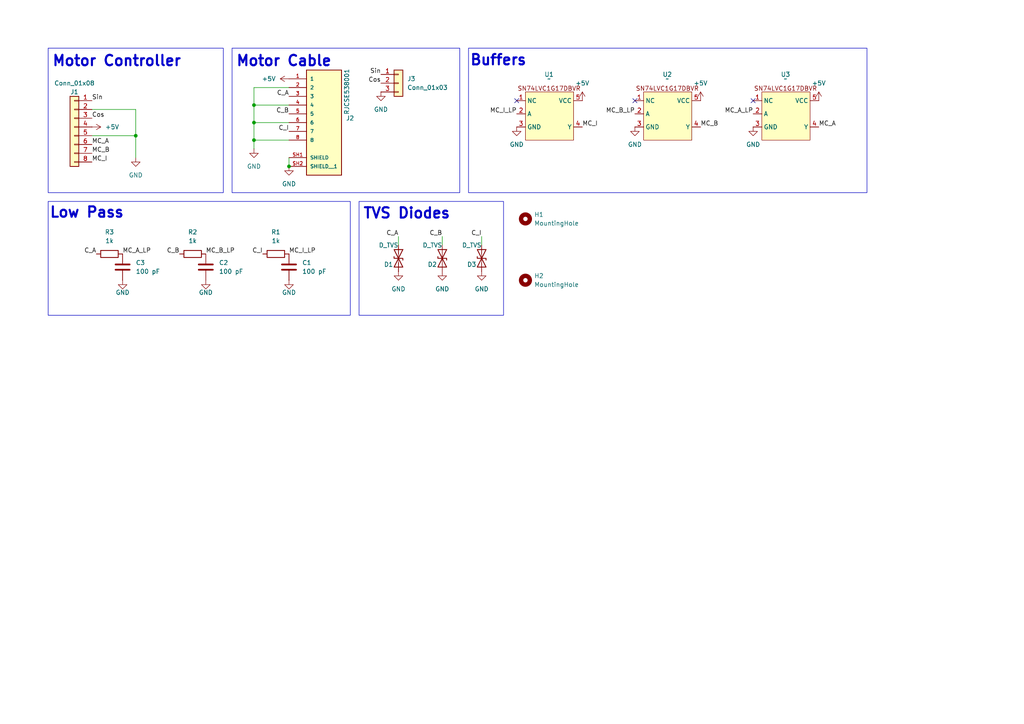
<source format=kicad_sch>
(kicad_sch (version 20231120) (generator "eeschema") (generator_version "8.0")
  (paper "A4")
  (lib_symbols
    (symbol "Buffers:SN74LVC1G17DBVR"
      (property "Reference" "U" (at 6.858 3.048 0))
      (symbol "SN74LVC1G17DBVR_1_1"
        (rectangle (start 0 0) (end 13.97 -13.97) (fill (type background)))
        (text "SN74LVC1G17DBVR" (at 6.858 1.016 0) (effects (font (size 1.27 1.27))))
        (pin input line (at -2.54 -2.54 0) (length 2.54) (name "NC") (number "1"))
        (pin input line (at -2.54 -6.35 0) (length 2.54) (name "A") (number "2"))
        (pin input line (at -2.54 -10.16 0) (length 2.54) (name "GND") (number "3"))
        (pin input line (at 16.51 -10.16 180) (length 2.54) (name "Y") (number "4"))
        (pin input line (at 16.51 -2.54 180) (length 2.54) (name "VCC") (number "5"))
      )
    )
    (symbol "Connector_Generic:Conn_01x03" (pin_names (offset 1.016) hide)
      (property "Reference" "J" (at 0 5.08 0))
      (property "Value" "Conn_01x03" (at 0 -5.08 0))
      (symbol "Conn_01x03_1_1"
        (rectangle (start -1.27 -2.413) (end 0 -2.667) (stroke (width 0.1524)))
        (rectangle (start -1.27 0.127) (end 0 -0.127) (stroke (width 0.1524)))
        (rectangle (start -1.27 2.667) (end 0 2.413) (stroke (width 0.1524)))
        (rectangle (start -1.27 3.81) (end 1.27 -3.81) (stroke (width 0.254)) (fill (type background)))
        (pin passive line (at -5.08 2.54 0) (length 3.81) (name "Pin_1") (number "1"))
        (pin passive line (at -5.08 0 0) (length 3.81) (name "Pin_2") (number "2"))
        (pin passive line (at -5.08 -2.54 0) (length 3.81) (name "Pin_3") (number "3"))
      )
    )
    (symbol "Connector_Generic:Conn_01x08" (pin_names (offset 1.016) hide)
      (property "Reference" "J" (at 0 10.16 0))
      (property "Value" "Conn_01x08" (at 0 -12.7 0))
      (symbol "Conn_01x08_1_1"
        (rectangle (start -1.27 -10.033) (end 0 -10.287) (stroke (width 0.1524)))
        (rectangle (start -1.27 -7.493) (end 0 -7.747) (stroke (width 0.1524)))
        (rectangle (start -1.27 -4.953) (end 0 -5.207) (stroke (width 0.1524)))
        (rectangle (start -1.27 -2.413) (end 0 -2.667) (stroke (width 0.1524)))
        (rectangle (start -1.27 0.127) (end 0 -0.127) (stroke (width 0.1524)))
        (rectangle (start -1.27 2.667) (end 0 2.413) (stroke (width 0.1524)))
        (rectangle (start -1.27 5.207) (end 0 4.953) (stroke (width 0.1524)))
        (rectangle (start -1.27 7.747) (end 0 7.493) (stroke (width 0.1524)))
        (rectangle (start -1.27 8.89) (end 1.27 -11.43) (stroke (width 0.254)) (fill (type background)))
        (pin passive line (at -5.08 7.62 0) (length 3.81) (name "Pin_1") (number "1"))
        (pin passive line (at -5.08 5.08 0) (length 3.81) (name "Pin_2") (number "2"))
        (pin passive line (at -5.08 2.54 0) (length 3.81) (name "Pin_3") (number "3"))
        (pin passive line (at -5.08 0 0) (length 3.81) (name "Pin_4") (number "4"))
        (pin passive line (at -5.08 -2.54 0) (length 3.81) (name "Pin_5") (number "5"))
        (pin passive line (at -5.08 -5.08 0) (length 3.81) (name "Pin_6") (number "6"))
        (pin passive line (at -5.08 -7.62 0) (length 3.81) (name "Pin_7") (number "7"))
        (pin passive line (at -5.08 -10.16 0) (length 3.81) (name "Pin_8") (number "8"))
      )
    )
    (symbol "Device:C" (pin_numbers hide) (pin_names (offset 0.254))
      (property "Reference" "C" (at 0.635 2.54 0))
      (property "Value" "C" (at 0.635 -2.54 0))
      (symbol "C_0_1"
        (polyline (pts (xy -2.032 -0.762) (xy 2.032 -0.762)) (stroke (width 0.508)))
        (polyline (pts (xy -2.032 0.762) (xy 2.032 0.762)) (stroke (width 0.508)))
      )
      (symbol "C_1_1"
        (pin passive line (at 0 3.81 270) (length 2.794) (name "~") (number "1"))
        (pin passive line (at 0 -3.81 90) (length 2.794) (name "~") (number "2"))
      )
    )
    (symbol "Device:D_TVS" (pin_numbers hide) (pin_names (offset 1.016) hide)
      (property "Reference" "D" (at 0 2.54 0))
      (property "Value" "D_TVS" (at 0 -2.54 0))
      (symbol "D_TVS_0_1"
        (polyline (pts (xy 1.27 0) (xy -1.27 0)))
        (polyline (pts (xy 0.508 1.27) (xy 0 1.27) (xy 0 -1.27) (xy -0.508 -1.27)) (stroke (width 0.254)))
        (polyline (pts (xy -2.54 1.27) (xy -2.54 -1.27) (xy 2.54 1.27) (xy 2.54 -1.27) (xy -2.54 1.27)) (stroke (width 0.254)))
      )
      (symbol "D_TVS_1_1"
        (pin passive line (at -3.81 0 0) (length 2.54) (name "A1") (number "1"))
        (pin passive line (at 3.81 0 180) (length 2.54) (name "A2") (number "2"))
      )
    )
    (symbol "Device:R" (pin_numbers hide) (pin_names (offset 0))
      (property "Reference" "R" (at 2.032 0 90))
      (property "Value" "R" (at 0 0 90))
      (symbol "R_0_1"
        (rectangle (start -1.016 -2.54) (end 1.016 2.54) (stroke (width 0.254)))
      )
      (symbol "R_1_1"
        (pin passive line (at 0 3.81 270) (length 1.27) (name "~") (number "1"))
        (pin passive line (at 0 -3.81 90) (length 1.27) (name "~") (number "2"))
      )
    )
    (symbol "Mechanical:MountingHole" (pin_names (offset 1.016)) (exclude_from_sim yes) (in_bom no)
      (property "Reference" "H" (at 0 5.08 0))
      (property "Value" "MountingHole" (at 0 3.175 0))
      (symbol "MountingHole_0_1"
        (circle (center 0 0) (radius 1.27) (stroke (width 1.27)))
      )
    )
    (symbol "RJCSE538001:RJCSE538001" (pin_names (offset 1.016))
      (property "Reference" "J" (at -5.08 13.462 0))
      (property "Value" "RJCSE538001" (at -5.08 -20.32 0))
      (symbol "RJCSE538001_0_0"
        (rectangle (start -5.08 -17.78) (end 5.08 12.7) (stroke (width 0.254)) (fill (type background)))
        (pin passive line (at -10.16 10.16 0) (length 5.08) (name "1") (number "1"))
        (pin passive line (at -10.16 7.62 0) (length 5.08) (name "2") (number "2"))
        (pin passive line (at -10.16 5.08 0) (length 5.08) (name "3") (number "3"))
        (pin passive line (at -10.16 2.54 0) (length 5.08) (name "4") (number "4"))
        (pin passive line (at -10.16 0 0) (length 5.08) (name "5") (number "5"))
        (pin passive line (at -10.16 -2.54 0) (length 5.08) (name "6") (number "6"))
        (pin passive line (at -10.16 -5.08 0) (length 5.08) (name "7") (number "7"))
        (pin passive line (at -10.16 -7.62 0) (length 5.08) (name "8") (number "8"))
        (pin passive line (at -10.16 -12.7 0) (length 5.08) (name "SHIELD") (number "SH1"))
        (pin passive line (at -10.16 -15.24 0) (length 5.08) (name "SHIELD__1") (number "SH2"))
      )
    )
    (symbol "power:+5V" (power) (pin_numbers hide) (pin_names (offset 0) hide)
      (property "Value" "+5V" (at 0 3.556 0))
      (symbol "+5V_0_1"
        (polyline (pts (xy -0.762 1.27) (xy 0 2.54)))
        (polyline (pts (xy 0 0) (xy 0 2.54)))
        (polyline (pts (xy 0 2.54) (xy 0.762 1.27)))
      )
      (symbol "+5V_1_1"
        (pin power_in line (at 0 0 90) (length 0) (name "~") (number "1"))
      )
    )
    (symbol "power:GND" (power) (pin_numbers hide) (pin_names (offset 0) hide)
      (property "Value" "GND" (at 0 -3.81 0))
      (symbol "GND_0_1"
        (polyline (pts (xy 0 0) (xy 0 -1.27) (xy 1.27 -1.27) (xy 0 -2.54) (xy -1.27 -1.27) (xy 0 -1.27)))
      )
      (symbol "GND_1_1"
        (pin power_in line (at 0 0 270) (length 0) (name "~") (number "1"))
      )
    )
  )
  (junction (at 73.66 40.64))
  (junction (at 39.37 39.37))
  (junction (at 83.82 48.26))
  (junction (at 73.66 35.56))
  (junction (at 73.66 30.48))
  (no_connect (at 184.15 29.21))
  (no_connect (at 218.44 29.21))
  (no_connect (at 149.86 29.21))
  (wire (pts (xy 39.37 31.75) (xy 39.37 39.37)))
  (wire (pts (xy 73.66 25.4) (xy 73.66 30.48)))
  (wire (pts (xy 73.66 35.56) (xy 83.82 35.56)))
  (wire (pts (xy 73.66 25.4) (xy 83.82 25.4)))
  (wire (pts (xy 83.82 45.72) (xy 83.82 48.26)))
  (wire (pts (xy 128.27 68.58) (xy 128.27 71.12)))
  (wire (pts (xy 115.57 68.58) (xy 115.57 71.12)))
  (wire (pts (xy 26.67 31.75) (xy 39.37 31.75)))
  (wire (pts (xy 139.7 68.58) (xy 139.7 71.12)))
  (wire (pts (xy 83.82 40.64) (xy 73.66 40.64)))
  (wire (pts (xy 73.66 30.48) (xy 83.82 30.48)))
  (wire (pts (xy 26.67 39.37) (xy 39.37 39.37)))
  (wire (pts (xy 73.66 30.48) (xy 73.66 35.56)))
  (wire (pts (xy 73.66 35.56) (xy 73.66 40.64)))
  (wire (pts (xy 39.37 39.37) (xy 39.37 45.72)))
  (wire (pts (xy 73.66 43.18) (xy 73.66 40.64)))
  (rectangle (start 67.31 13.97) (end 133.35 55.88))
  (rectangle (start 13.97 13.97) (end 64.77 55.88))
  (rectangle (start 13.97 58.42) (end 101.6 91.44))
  (rectangle (start 104.14 58.42) (end 146.05 91.44))
  (rectangle (start 135.89 13.97) (end 251.46 55.88))
  (text "Low Pass" (at 14.224 63.5 0) (effects (font (size 3 3) (thickness 0.6) (bold yes)) (justify left bottom)))
  (text "TVS Diodes" (at 105.156 63.754 0) (effects (font (size 3 3) (thickness 0.6) (bold yes)) (justify left bottom)))
  (text "Buffers" (at 136.144 19.304 0) (effects (font (size 3 3) (thickness 0.6) (bold yes)) (justify left bottom)))
  (text "Motor Cable" (at 68.326 19.558 0) (effects (font (size 3 3) (thickness 0.6) (bold yes)) (justify left bottom)))
  (text "Motor Controller" (at 14.986 19.558 0) (effects (font (size 3 3) (thickness 0.6) (bold yes)) (justify left bottom)))
  (label "MC_B_LP" (at 59.69 73.66 0))
  (label "C_B" (at 83.82 33.02 180))
  (label "Cos" (at 110.49 24.13 180))
  (label "MC_A" (at 26.67 41.91 0))
  (label "Sin" (at 26.67 29.21 0))
  (label "MC_I_LP" (at 149.86 33.02 180))
  (label "MC_B" (at 203.2 36.83 0))
  (label "Sin" (at 110.49 21.59 180))
  (label "C_I" (at 83.82 38.1 180))
  (label "C_I" (at 139.7 68.58 180))
  (label "MC_A_LP" (at 218.44 33.02 180))
  (label "MC_I" (at 168.91 36.83 0))
  (label "C_A" (at 83.82 27.94 180))
  (label "MC_I_LP" (at 83.82 73.66 0))
  (label "MC_B_LP" (at 184.15 33.02 180))
  (label "Cos" (at 26.67 34.29 0))
  (label "C_B" (at 128.27 68.58 180))
  (label "MC_A" (at 237.49 36.83 0))
  (label "C_A" (at 115.57 68.58 180))
  (label "MC_A_LP" (at 35.56 73.66 0))
  (label "MC_B" (at 26.67 44.45 0))
  (label "C_A" (at 27.94 73.66 180))
  (label "C_B" (at 52.07 73.66 180))
  (label "C_I" (at 76.2 73.66 180))
  (label "MC_I" (at 26.67 46.99 0))
  (symbol (lib_id "Device:R") (at 31.75 73.66 90) (unit 1)
    (property "Reference" "R3" (at 31.75 67.31 90))
    (property "Value" "1k" (at 31.75 69.85 90))
    (property "Footprint" "Capacitor_SMD:C_0805_2012Metric_Pad1.18x1.45mm_HandSolder" (effects (hide yes)))
    (property "Description" "Resistor" (effects (hide yes)))
  )
  (symbol (lib_id "Device:C") (at 35.56 77.47 0) (unit 1)
    (property "Reference" "C3" (at 39.37 76.1999 0) (effects (justify left)))
    (property "Value" "100 pF" (at 39.37 78.7399 0) (effects (justify left)))
    (property "Footprint" "Capacitor_SMD:C_0805_2012Metric_Pad1.18x1.45mm_HandSolder" (effects (hide yes)))
    (property "Description" "Unpolarized capacitor" (effects (hide yes)))
  )
  (symbol (lib_id "Device:R") (at 80.01 73.66 90) (unit 1)
    (property "Reference" "R1" (at 80.01 67.31 90))
    (property "Value" "1k" (at 80.01 69.85 90))
    (property "Footprint" "Capacitor_SMD:C_0805_2012Metric_Pad1.18x1.45mm_HandSolder" (effects (hide yes)))
    (property "Description" "Resistor" (effects (hide yes)))
  )
  (symbol (lib_id "power:GND") (at 59.69 81.28 0) (mirror y) (unit 1)
    (property "Reference" "#PWR07" (effects (hide yes)))
    (property "Value" "GND" (at 59.69 84.836 0))
    (property "Description" "Power symbol creates a global label with name \"GND\" , ground" (effects (hide yes)))
  )
  (symbol (lib_id "Device:C") (at 59.69 77.47 0) (unit 1)
    (property "Reference" "C2" (at 63.5 76.1999 0) (effects (justify left)))
    (property "Value" "100 pF" (at 63.5 78.74 0) (effects (justify left)))
    (property "Footprint" "Capacitor_SMD:C_0805_2012Metric_Pad1.18x1.45mm_HandSolder" (effects (hide yes)))
    (property "Description" "Unpolarized capacitor" (effects (hide yes)))
  )
  (symbol (lib_id "Mechanical:MountingHole") (at 152.4 63.5 0) (unit 1) (exclude_from_sim yes) (in_bom no)
    (property "Reference" "H1" (at 154.94 62.2299 0) (effects (justify left)))
    (property "Value" "MountingHole" (at 154.94 64.7699 0) (effects (justify left)))
    (property "Footprint" "MountingHole:MountingHole_3.2mm_M3" (effects (hide yes)))
    (property "Description" "Mounting Hole without connection" (effects (hide yes)))
  )
  (symbol (lib_id "power:+5V") (at 203.2 29.21 0) (unit 1)
    (property "Reference" "#PWR013" (effects (hide yes)))
    (property "Value" "+5V" (at 203.2 24.13 0))
    (property "Description" "Power symbol creates a global label with name \"+5V\"" (effects (hide yes)))
  )
  (symbol (lib_id "Device:D_TVS") (at 128.27 74.93 270) (unit 1)
    (property "Reference" "D2" (at 126.746 76.708 90) (effects (justify right)))
    (property "Value" "D_TVS" (at 128.27 71.12 90) (effects (justify right)))
    (property "Footprint" "Diode_SMD:D_SOD-123F" (effects (hide yes)))
    (property "Description" "Bidirectional transient-voltage-suppression diode" (effects (hide yes)))
  )
  (symbol (lib_id "Device:C") (at 83.82 77.47 0) (unit 1)
    (property "Reference" "C1" (at 87.63 76.1999 0) (effects (justify left)))
    (property "Value" "100 pF" (at 87.63 78.7399 0) (effects (justify left)))
    (property "Footprint" "Capacitor_SMD:C_0805_2012Metric_Pad1.18x1.45mm_HandSolder" (effects (hide yes)))
    (property "Description" "Unpolarized capacitor" (effects (hide yes)))
  )
  (symbol (lib_id "power:GND") (at 115.57 78.74 0) (unit 1)
    (property "Reference" "#PWR016" (effects (hide yes)))
    (property "Value" "GND" (at 115.57 83.82 0))
    (property "Description" "Power symbol creates a global label with name \"GND\" , ground" (effects (hide yes)))
  )
  (symbol (lib_id "power:+5V") (at 237.49 29.21 0) (unit 1)
    (property "Reference" "#PWR014" (effects (hide yes)))
    (property "Value" "+5V" (at 237.49 24.13 0))
    (property "Description" "Power symbol creates a global label with name \"+5V\"" (effects (hide yes)))
  )
  (symbol (lib_id "Device:R") (at 55.88 73.66 90) (unit 1)
    (property "Reference" "R2" (at 55.88 67.31 90))
    (property "Value" "1k" (at 55.88 69.85 90))
    (property "Footprint" "Capacitor_SMD:C_0805_2012Metric_Pad1.18x1.45mm_HandSolder" (effects (hide yes)))
    (property "Description" "Resistor" (effects (hide yes)))
  )
  (symbol (lib_id "power:GND") (at 139.7 78.74 0) (unit 1)
    (property "Reference" "#PWR018" (effects (hide yes)))
    (property "Value" "GND" (at 139.7 83.82 0))
    (property "Description" "Power symbol creates a global label with name \"GND\" , ground" (effects (hide yes)))
  )
  (symbol (lib_id "Connector_Generic:Conn_01x08") (at 21.59 36.83 0) (mirror y) (unit 1)
    (property "Reference" "J1" (at 21.59 26.67 0))
    (property "Value" "Conn_01x08" (at 21.59 24.13 0))
    (property "Footprint" "Connector_JST:JST_EH_B8B-EH-A_1x08_P2.50mm_Vertical" (effects (hide yes)))
    (property "Description" "Generic connector, single row, 01x08, script generated (kicad-library-utils/schlib/autogen/connector/)" (effects (hide yes)))
  )
  (symbol (lib_id "Buffers:SN74LVC1G17DBVR") (at 220.98 26.67 0) (unit 1)
    (property "Reference" "U3" (at 227.838 21.59 0))
    (property "Value" "~" (at 227.838 22.86 0))
    (property "Footprint" "Package_TO_SOT_SMD:SOT-23-5" (effects (hide yes)))
  )
  (symbol (lib_id "Device:D_TVS") (at 115.57 74.93 270) (unit 1)
    (property "Reference" "D1" (at 114.046 76.708 90) (effects (justify right)))
    (property "Value" "D_TVS" (at 115.57 71.12 90) (effects (justify right)))
    (property "Footprint" "Diode_SMD:D_SOD-123F" (effects (hide yes)))
    (property "Description" "Bidirectional transient-voltage-suppression diode" (effects (hide yes)))
  )
  (symbol (lib_id "Connector_Generic:Conn_01x03") (at 115.57 24.13 0) (unit 1)
    (property "Reference" "J3" (at 118.11 22.8599 0) (effects (justify left)))
    (property "Value" "Conn_01x03" (at 118.11 25.3999 0) (effects (justify left)))
    (property "Footprint" "Connector_Molex:Molex_KK-396_A-41792-0003_1x03_P3.96mm_Horizontal" (effects (hide yes)))
    (property "Description" "Generic connector, single row, 01x03, script generated (kicad-library-utils/schlib/autogen/connector/)" (effects (hide yes)))
  )
  (symbol (lib_id "RJCSE538001:RJCSE538001") (at 93.98 33.02 0) (unit 1)
    (property "Reference" "J2" (at 100.33 34.2899 0) (effects (justify left)))
    (property "Value" "RJCSE538001" (at 100.584 33.274 90) (effects (justify left)))
    (property "Footprint" "RJCSE538001:AMPHENOL_RJCSE538001" (effects (hide yes)))
    (property "PARTREV" "A" (effects (hide yes)))
    (property "STANDARD" "Manufacturer Recommendations" (effects (hide yes)))
    (property "SNAPEDA_PN" "RJCSE538001" (effects (hide yes)))
    (property "MAXIMUM_PACKAGE_HEIGHT" "13.38mm" (effects (hide yes)))
    (property "MANUFACTURER" "Amphenol" (effects (hide yes)))
  )
  (symbol (lib_id "Buffers:SN74LVC1G17DBVR") (at 186.69 26.67 0) (unit 1)
    (property "Reference" "U2" (at 193.548 21.59 0))
    (property "Value" "~" (at 193.548 22.86 0))
    (property "Footprint" "Package_TO_SOT_SMD:SOT-23-5" (effects (hide yes)))
  )
  (symbol (lib_id "power:GND") (at 83.82 48.26 0) (unit 1)
    (property "Reference" "#PWR03" (effects (hide yes)))
    (property "Value" "GND" (at 83.82 53.34 0))
    (property "Description" "Power symbol creates a global label with name \"GND\" , ground" (effects (hide yes)))
  )
  (symbol (lib_id "Device:D_TVS") (at 139.7 74.93 270) (unit 1)
    (property "Reference" "D3" (at 138.176 76.708 90) (effects (justify right)))
    (property "Value" "D_TVS" (at 139.7 71.12 90) (effects (justify right)))
    (property "Footprint" "Diode_SMD:D_SOD-123F" (effects (hide yes)))
    (property "Description" "Bidirectional transient-voltage-suppression diode" (effects (hide yes)))
  )
  (symbol (lib_id "power:GND") (at 218.44 36.83 0) (unit 1)
    (property "Reference" "#PWR011" (effects (hide yes)))
    (property "Value" "GND" (at 218.44 41.91 0))
    (property "Description" "Power symbol creates a global label with name \"GND\" , ground" (effects (hide yes)))
  )
  (symbol (lib_id "power:GND") (at 149.86 36.83 0) (unit 1)
    (property "Reference" "#PWR09" (effects (hide yes)))
    (property "Value" "GND" (at 149.86 41.91 0))
    (property "Description" "Power symbol creates a global label with name \"GND\" , ground" (effects (hide yes)))
  )
  (symbol (lib_id "power:GND") (at 128.27 78.74 0) (unit 1)
    (property "Reference" "#PWR017" (effects (hide yes)))
    (property "Value" "GND" (at 128.27 83.82 0))
    (property "Description" "Power symbol creates a global label with name \"GND\" , ground" (effects (hide yes)))
  )
  (symbol (lib_id "power:+5V") (at 168.91 29.21 0) (unit 1)
    (property "Reference" "#PWR012" (effects (hide yes)))
    (property "Value" "+5V" (at 168.91 24.13 0))
    (property "Description" "Power symbol creates a global label with name \"+5V\"" (effects (hide yes)))
  )
  (symbol (lib_id "power:GND") (at 83.82 81.28 0) (mirror y) (unit 1)
    (property "Reference" "#PWR06" (effects (hide yes)))
    (property "Value" "GND" (at 83.82 84.836 0))
    (property "Description" "Power symbol creates a global label with name \"GND\" , ground" (effects (hide yes)))
  )
  (symbol (lib_id "power:GND") (at 73.66 43.18 0) (unit 1)
    (property "Reference" "#PWR05" (effects (hide yes)))
    (property "Value" "GND" (at 73.66 48.26 0))
    (property "Description" "Power symbol creates a global label with name \"GND\" , ground" (effects (hide yes)))
  )
  (symbol (lib_id "power:GND") (at 184.15 36.83 0) (unit 1)
    (property "Reference" "#PWR010" (effects (hide yes)))
    (property "Value" "GND" (at 184.15 41.91 0))
    (property "Description" "Power symbol creates a global label with name \"GND\" , ground" (effects (hide yes)))
  )
  (symbol (lib_id "Mechanical:MountingHole") (at 152.4 81.28 0) (unit 1) (exclude_from_sim yes) (in_bom no)
    (property "Reference" "H2" (at 154.94 80.0099 0) (effects (justify left)))
    (property "Value" "MountingHole" (at 154.94 82.5499 0) (effects (justify left)))
    (property "Footprint" "MountingHole:MountingHole_3.2mm_M3" (effects (hide yes)))
    (property "Description" "Mounting Hole without connection" (effects (hide yes)))
  )
  (symbol (lib_id "power:+5V") (at 26.67 36.83 270) (unit 1)
    (property "Reference" "#PWR02" (effects (hide yes)))
    (property "Value" "+5V" (at 30.48 36.8299 90) (effects (justify left)))
    (property "Description" "Power symbol creates a global label with name \"+5V\"" (effects (hide yes)))
  )
  (symbol (lib_id "Buffers:SN74LVC1G17DBVR") (at 152.4 26.67 0) (unit 1)
    (property "Reference" "U1" (at 159.258 21.59 0))
    (property "Value" "~" (at 159.258 22.86 0))
    (property "Footprint" "Package_TO_SOT_SMD:SOT-23-5" (effects (hide yes)))
  )
  (symbol (lib_id "power:GND") (at 35.56 81.28 0) (mirror y) (unit 1)
    (property "Reference" "#PWR08" (effects (hide yes)))
    (property "Value" "GND" (at 35.56 84.836 0))
    (property "Description" "Power symbol creates a global label with name \"GND\" , ground" (effects (hide yes)))
  )
  (symbol (lib_id "power:GND") (at 39.37 45.72 0) (unit 1)
    (property "Reference" "#PWR01" (effects (hide yes)))
    (property "Value" "GND" (at 39.37 50.8 0))
    (property "Description" "Power symbol creates a global label with name \"GND\" , ground" (effects (hide yes)))
  )
  (symbol (lib_id "power:+5V") (at 83.82 22.86 90) (unit 1)
    (property "Reference" "#PWR04" (effects (hide yes)))
    (property "Value" "+5V" (at 80.01 22.8599 90) (effects (justify left)))
    (property "Description" "Power symbol creates a global label with name \"+5V\"" (effects (hide yes)))
  )
  (symbol (lib_id "power:GND") (at 110.49 26.67 0) (unit 1)
    (property "Reference" "#PWR015" (effects (hide yes)))
    (property "Value" "GND" (at 110.49 31.75 0))
    (property "Description" "Power symbol creates a global label with name \"GND\" , ground" (effects (hide yes)))
  )
)
</source>
